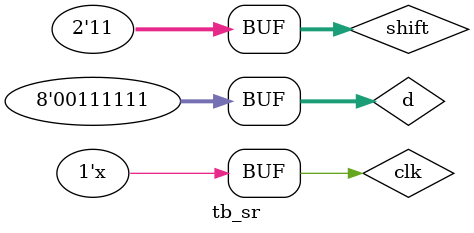
<source format=v>
`timescale 1ns / 1ps


module tb_sr;

	// Inputs
	reg clk;
	reg [1:0] shift;
	reg [7:0] d;

	// Outputs
	wire [7:0] q;

	// Instantiate the Unit Under Test (UUT)
	sr uut (
		.clk(clk), 
		.shift(shift), 
		.d(d), 
		.q(q)
	);

	initial clk = 1;
	always #10 clk =~clk;
	
	initial begin
		// Initialize Inputs
		shift = 0;
		d = 63;
		// Wait 100 ns for global reset to finish
		#100;
      shift = 1;
		// Add stimulus here
		#100;
      shift = 3;
	end
      
endmodule


</source>
